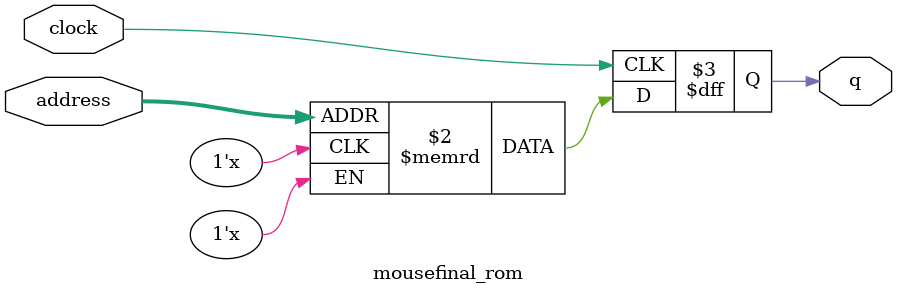
<source format=sv>
module mousefinal_rom (
	input logic clock,
	input logic [7:0] address,
	output logic [0:0] q
);

logic [0:0] memory [0:255] /* synthesis ram_init_file = "./mousefinal/mousefinal.mif" */;

always_ff @ (posedge clock) begin
	q <= memory[address];
end

endmodule

</source>
